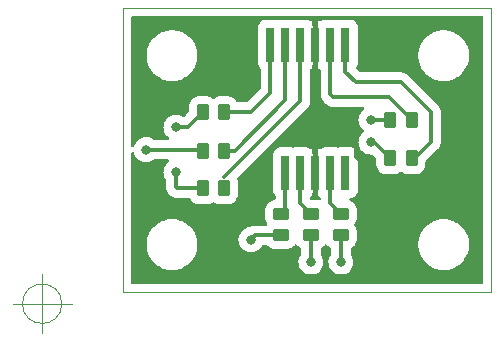
<source format=gbr>
%TF.GenerationSoftware,KiCad,Pcbnew,6.0.11-2627ca5db0~126~ubuntu20.04.1*%
%TF.CreationDate,2023-03-07T09:49:11+01:00*%
%TF.ProjectId,ecran,65637261-6e2e-46b6-9963-61645f706362,V1.0*%
%TF.SameCoordinates,Original*%
%TF.FileFunction,Copper,L1,Top*%
%TF.FilePolarity,Positive*%
%FSLAX46Y46*%
G04 Gerber Fmt 4.6, Leading zero omitted, Abs format (unit mm)*
G04 Created by KiCad (PCBNEW 6.0.11-2627ca5db0~126~ubuntu20.04.1) date 2023-03-07 09:49:11*
%MOMM*%
%LPD*%
G01*
G04 APERTURE LIST*
G04 Aperture macros list*
%AMRoundRect*
0 Rectangle with rounded corners*
0 $1 Rounding radius*
0 $2 $3 $4 $5 $6 $7 $8 $9 X,Y pos of 4 corners*
0 Add a 4 corners polygon primitive as box body*
4,1,4,$2,$3,$4,$5,$6,$7,$8,$9,$2,$3,0*
0 Add four circle primitives for the rounded corners*
1,1,$1+$1,$2,$3*
1,1,$1+$1,$4,$5*
1,1,$1+$1,$6,$7*
1,1,$1+$1,$8,$9*
0 Add four rect primitives between the rounded corners*
20,1,$1+$1,$2,$3,$4,$5,0*
20,1,$1+$1,$4,$5,$6,$7,0*
20,1,$1+$1,$6,$7,$8,$9,0*
20,1,$1+$1,$8,$9,$2,$3,0*%
G04 Aperture macros list end*
%TA.AperFunction,Profile*%
%ADD10C,0.100000*%
%TD*%
%TA.AperFunction,SMDPad,CuDef*%
%ADD11RoundRect,0.250000X0.450000X-0.262500X0.450000X0.262500X-0.450000X0.262500X-0.450000X-0.262500X0*%
%TD*%
%TA.AperFunction,SMDPad,CuDef*%
%ADD12RoundRect,0.250000X-0.262500X-0.450000X0.262500X-0.450000X0.262500X0.450000X-0.262500X0.450000X0*%
%TD*%
%TA.AperFunction,SMDPad,CuDef*%
%ADD13R,0.800000X3.000000*%
%TD*%
%TA.AperFunction,ViaPad*%
%ADD14C,0.800000*%
%TD*%
%TA.AperFunction,Conductor*%
%ADD15C,0.350000*%
%TD*%
G04 APERTURE END LIST*
D10*
X127000000Y-120000000D02*
X95885000Y-120000000D01*
X127000000Y-96000000D02*
X127000000Y-120000000D01*
X95885000Y-120000000D02*
X95885000Y-96000000D01*
X95885000Y-96000000D02*
X127000000Y-96000000D01*
X90666666Y-121000000D02*
G75*
G03*
X90666666Y-121000000I-1666666J0D01*
G01*
X86500000Y-121000000D02*
X91500000Y-121000000D01*
X89000000Y-118500000D02*
X89000000Y-123500000D01*
D11*
%TO.P,R5,1*%
%TO.N,Net-(R5-Pad1)*%
X111760000Y-115212500D03*
%TO.P,R5,2*%
%TO.N,Net-(DS1-Pad10)*%
X111760000Y-113387500D03*
%TD*%
%TO.P,R4,1*%
%TO.N,Net-(R4-Pad1)*%
X109220000Y-115212500D03*
%TO.P,R4,2*%
%TO.N,Net-(DS1-Pad11)*%
X109220000Y-113387500D03*
%TD*%
D12*
%TO.P,R7,1*%
%TO.N,Net-(R7-Pad1)*%
X118467500Y-108685000D03*
%TO.P,R7,2*%
%TO.N,Net-(DS1-Pad6)*%
X120292500Y-108685000D03*
%TD*%
%TO.P,R2,1*%
%TO.N,Net-(R2-Pad1)*%
X102592500Y-104775000D03*
%TO.P,R2,2*%
%TO.N,Net-(DS1-Pad1)*%
X104417500Y-104775000D03*
%TD*%
%TO.P,R8,1*%
%TO.N,Net-(R8-Pad1)*%
X118467500Y-105410000D03*
%TO.P,R8,2*%
%TO.N,Net-(DS1-Pad5)*%
X120292500Y-105410000D03*
%TD*%
D11*
%TO.P,R6,1*%
%TO.N,Net-(R6-Pad1)*%
X114300000Y-115212500D03*
%TO.P,R6,2*%
%TO.N,Net-(DS1-Pad8)*%
X114300000Y-113387500D03*
%TD*%
D12*
%TO.P,R3,1*%
%TO.N,Net-(R3-Pad1)*%
X102592500Y-111225000D03*
%TO.P,R3,2*%
%TO.N,Net-(DS1-Pad3)*%
X104417500Y-111225000D03*
%TD*%
D13*
%TO.P,DS1,1,G*%
%TO.N,Net-(DS1-Pad1)*%
X108325000Y-99100000D03*
%TO.P,DS1,2,DP1*%
%TO.N,Net-(DS1-Pad2)*%
X109595000Y-99100000D03*
%TO.P,DS1,3,F*%
%TO.N,Net-(DS1-Pad3)*%
X110865000Y-99100000D03*
%TO.P,DS1,4,AN*%
%TO.N,GND*%
X112135000Y-99100000D03*
%TO.P,DS1,5,A*%
%TO.N,Net-(DS1-Pad5)*%
X113405000Y-99100000D03*
%TO.P,DS1,6,B*%
%TO.N,Net-(DS1-Pad6)*%
X114675000Y-99100000D03*
%TO.P,DS1,7,DP2*%
%TO.N,unconnected-(DS1-Pad7)*%
X114675000Y-109900000D03*
%TO.P,DS1,8,C*%
%TO.N,Net-(DS1-Pad8)*%
X113405000Y-109900000D03*
%TO.P,DS1,9,AN*%
%TO.N,GND*%
X112135000Y-109900000D03*
%TO.P,DS1,10,D*%
%TO.N,Net-(DS1-Pad10)*%
X110865000Y-109900000D03*
%TO.P,DS1,11,E*%
%TO.N,Net-(DS1-Pad11)*%
X109595000Y-109900000D03*
%TD*%
D12*
%TO.P,R1,1*%
%TO.N,Net-(R1-Pad1)*%
X102592500Y-108050000D03*
%TO.P,R1,2*%
%TO.N,Net-(DS1-Pad2)*%
X104417500Y-108050000D03*
%TD*%
D14*
%TO.N,GND*%
X116840000Y-109855000D03*
%TO.N,Net-(R1-Pad1)*%
X97790000Y-107950000D03*
%TO.N,Net-(R2-Pad1)*%
X100330000Y-106045000D03*
%TO.N,Net-(R3-Pad1)*%
X100330000Y-109855000D03*
%TO.N,Net-(R4-Pad1)*%
X106680000Y-115570000D03*
%TO.N,Net-(R5-Pad1)*%
X111760000Y-117475000D03*
%TO.N,Net-(R6-Pad1)*%
X114300000Y-117475000D03*
%TO.N,Net-(R7-Pad1)*%
X116840000Y-107315000D03*
%TO.N,Net-(R8-Pad1)*%
X116840000Y-105410000D03*
%TD*%
D15*
%TO.N,Net-(DS1-Pad1)*%
X108325000Y-99100000D02*
X108325000Y-103130000D01*
X108325000Y-103130000D02*
X106680000Y-104775000D01*
X106680000Y-104775000D02*
X104417500Y-104775000D01*
%TO.N,Net-(DS1-Pad2)*%
X109595000Y-103765000D02*
X105310000Y-108050000D01*
X109595000Y-99100000D02*
X109595000Y-103765000D01*
X105310000Y-108050000D02*
X104417500Y-108050000D01*
%TO.N,GND*%
X115570000Y-108585000D02*
X115570000Y-107315000D01*
X112135000Y-99100000D02*
X112135000Y-107575000D01*
X115570000Y-107315000D02*
X112395000Y-107315000D01*
X112395000Y-107315000D02*
X112135000Y-107575000D01*
X112135000Y-107575000D02*
X112135000Y-109900000D01*
X116840000Y-109855000D02*
X115570000Y-108585000D01*
%TO.N,Net-(DS1-Pad3)*%
X110865000Y-103842500D02*
X104417500Y-110290000D01*
X110865000Y-99100000D02*
X110865000Y-103842500D01*
%TO.N,Net-(DS1-Pad5)*%
X118387500Y-103505000D02*
X113665000Y-103505000D01*
X113665000Y-103505000D02*
X113405000Y-103245000D01*
X113405000Y-103245000D02*
X113405000Y-99100000D01*
X120292500Y-105410000D02*
X118387500Y-103505000D01*
%TO.N,Net-(DS1-Pad6)*%
X121920000Y-104775000D02*
X119380000Y-102235000D01*
X120292500Y-108685000D02*
X120550000Y-108685000D01*
X115570000Y-102235000D02*
X114675000Y-101340000D01*
X114675000Y-101340000D02*
X114675000Y-99100000D01*
X119380000Y-102235000D02*
X115570000Y-102235000D01*
X121920000Y-107315000D02*
X121920000Y-104775000D01*
X120550000Y-108685000D02*
X121920000Y-107315000D01*
%TO.N,Net-(DS1-Pad8)*%
X113405000Y-112492500D02*
X114300000Y-113387500D01*
X113405000Y-109900000D02*
X113405000Y-112492500D01*
%TO.N,Net-(DS1-Pad10)*%
X110865000Y-112492500D02*
X111760000Y-113387500D01*
X110865000Y-109900000D02*
X110865000Y-112492500D01*
%TO.N,Net-(DS1-Pad11)*%
X109595000Y-113012500D02*
X109220000Y-113387500D01*
X109595000Y-109900000D02*
X109595000Y-113012500D01*
%TO.N,Net-(R1-Pad1)*%
X97790000Y-107950000D02*
X102492500Y-107950000D01*
X102492500Y-107950000D02*
X102592500Y-108050000D01*
%TO.N,Net-(R2-Pad1)*%
X100330000Y-106045000D02*
X101322500Y-106045000D01*
X101322500Y-106045000D02*
X102592500Y-104775000D01*
%TO.N,Net-(R3-Pad1)*%
X102592500Y-111225000D02*
X100430000Y-111225000D01*
X100330000Y-111125000D02*
X100330000Y-109855000D01*
X100430000Y-111225000D02*
X100330000Y-111125000D01*
%TO.N,Net-(R4-Pad1)*%
X107037500Y-115212500D02*
X106680000Y-115570000D01*
X109220000Y-115212500D02*
X107037500Y-115212500D01*
%TO.N,Net-(R5-Pad1)*%
X111760000Y-117475000D02*
X111760000Y-115212500D01*
%TO.N,Net-(R6-Pad1)*%
X114300000Y-117475000D02*
X114300000Y-115212500D01*
%TO.N,Net-(R7-Pad1)*%
X116840000Y-107315000D02*
X117097500Y-107315000D01*
X117097500Y-107315000D02*
X118467500Y-108685000D01*
%TO.N,Net-(R8-Pad1)*%
X116840000Y-105410000D02*
X118467500Y-105410000D01*
%TD*%
%TA.AperFunction,Conductor*%
%TO.N,GND*%
G36*
X126292539Y-96670185D02*
G01*
X126338294Y-96722989D01*
X126349500Y-96774500D01*
X126349500Y-119225500D01*
X126329815Y-119292539D01*
X126277011Y-119338294D01*
X126225500Y-119349500D01*
X96659500Y-119349500D01*
X96592461Y-119329815D01*
X96546706Y-119277011D01*
X96535500Y-119225500D01*
X96535500Y-116135347D01*
X97848728Y-116135347D01*
X97887001Y-116426055D01*
X97964373Y-116708880D01*
X97966029Y-116712763D01*
X97966031Y-116712768D01*
X97975097Y-116734023D01*
X98079413Y-116978588D01*
X98081582Y-116982213D01*
X98081583Y-116982214D01*
X98132562Y-117067393D01*
X98229992Y-117230187D01*
X98413324Y-117459023D01*
X98464850Y-117507919D01*
X98622952Y-117657953D01*
X98622957Y-117657957D01*
X98626017Y-117660861D01*
X98629443Y-117663323D01*
X98629448Y-117663327D01*
X98684451Y-117702850D01*
X98864134Y-117831965D01*
X98867870Y-117833943D01*
X99119544Y-117967198D01*
X99119547Y-117967200D01*
X99123269Y-117969170D01*
X99260949Y-118019554D01*
X99394673Y-118068490D01*
X99394677Y-118068491D01*
X99398628Y-118069937D01*
X99402742Y-118070834D01*
X99680994Y-118131503D01*
X99680998Y-118131504D01*
X99685114Y-118132401D01*
X99689318Y-118132732D01*
X99689319Y-118132732D01*
X99714668Y-118134727D01*
X99915080Y-118150500D01*
X100073710Y-118150500D01*
X100245208Y-118138809D01*
X100288329Y-118135869D01*
X100288330Y-118135869D01*
X100292538Y-118135582D01*
X100307899Y-118132401D01*
X100363364Y-118120915D01*
X100579663Y-118076121D01*
X100583631Y-118074716D01*
X100583634Y-118074715D01*
X100717863Y-118027182D01*
X100856062Y-117978243D01*
X101116620Y-117843759D01*
X101300380Y-117714611D01*
X101353059Y-117677588D01*
X101353063Y-117677585D01*
X101356516Y-117675158D01*
X101369248Y-117663327D01*
X101568217Y-117478433D01*
X101568223Y-117478427D01*
X101571310Y-117475558D01*
X101706708Y-117310133D01*
X101754350Y-117251927D01*
X101754351Y-117251926D01*
X101757028Y-117248655D01*
X101910234Y-116998646D01*
X101920745Y-116974703D01*
X101999713Y-116794807D01*
X102028092Y-116730158D01*
X102083874Y-116534336D01*
X102107264Y-116452225D01*
X102107265Y-116452222D01*
X102108422Y-116448159D01*
X102149736Y-116157867D01*
X102150780Y-115958586D01*
X102151250Y-115868874D01*
X102151250Y-115868872D01*
X102151272Y-115864653D01*
X102112999Y-115573945D01*
X102107888Y-115555262D01*
X105624520Y-115555262D01*
X105641759Y-115760553D01*
X105698544Y-115958586D01*
X105701316Y-115963981D01*
X105701317Y-115963982D01*
X105739357Y-116038000D01*
X105792712Y-116141818D01*
X105796480Y-116146572D01*
X105913590Y-116294328D01*
X105920677Y-116303270D01*
X105925296Y-116307201D01*
X106072950Y-116432865D01*
X106072955Y-116432869D01*
X106077564Y-116436791D01*
X106257398Y-116537297D01*
X106453329Y-116600959D01*
X106459347Y-116601677D01*
X106459349Y-116601677D01*
X106601410Y-116618616D01*
X106657894Y-116625351D01*
X106663938Y-116624886D01*
X106663939Y-116624886D01*
X106725266Y-116620167D01*
X106863300Y-116609546D01*
X106948596Y-116585731D01*
X107055885Y-116555776D01*
X107055889Y-116555774D01*
X107061725Y-116554145D01*
X107245610Y-116461258D01*
X107407951Y-116334424D01*
X107411907Y-116329840D01*
X107411911Y-116329837D01*
X107538602Y-116183062D01*
X107542564Y-116178472D01*
X107545561Y-116173197D01*
X107586716Y-116100751D01*
X107636945Y-116052184D01*
X107694533Y-116038000D01*
X108008036Y-116038000D01*
X108075075Y-116057685D01*
X108104401Y-116083963D01*
X108129743Y-116115257D01*
X108276851Y-116234383D01*
X108282640Y-116237332D01*
X108282642Y-116237334D01*
X108402717Y-116298515D01*
X108445512Y-116320320D01*
X108498150Y-116334424D01*
X108622863Y-116367841D01*
X108622869Y-116367842D01*
X108628355Y-116369312D01*
X108706979Y-116375500D01*
X108709424Y-116375500D01*
X109222424Y-116375499D01*
X109733020Y-116375499D01*
X109760384Y-116373346D01*
X109805980Y-116369758D01*
X109805982Y-116369758D01*
X109811645Y-116369312D01*
X109994488Y-116320320D01*
X110037283Y-116298515D01*
X110157358Y-116237334D01*
X110157360Y-116237332D01*
X110163149Y-116234383D01*
X110310257Y-116115257D01*
X110393634Y-116012295D01*
X110451121Y-115972584D01*
X110520952Y-115970256D01*
X110580956Y-116006051D01*
X110586363Y-116012292D01*
X110669743Y-116115257D01*
X110816851Y-116234383D01*
X110822640Y-116237332D01*
X110822642Y-116237334D01*
X110866795Y-116259831D01*
X110917591Y-116307806D01*
X110934500Y-116370316D01*
X110934500Y-116779302D01*
X110914815Y-116846341D01*
X110905490Y-116859007D01*
X110889024Y-116878630D01*
X110789776Y-117059162D01*
X110787942Y-117064944D01*
X110787941Y-117064946D01*
X110729317Y-117249753D01*
X110727484Y-117255532D01*
X110704520Y-117460262D01*
X110721759Y-117665553D01*
X110778544Y-117863586D01*
X110872712Y-118046818D01*
X110876480Y-118051572D01*
X110905402Y-118088062D01*
X111000677Y-118208270D01*
X111005296Y-118212201D01*
X111152950Y-118337865D01*
X111152955Y-118337869D01*
X111157564Y-118341791D01*
X111337398Y-118442297D01*
X111533329Y-118505959D01*
X111539347Y-118506677D01*
X111539349Y-118506677D01*
X111681410Y-118523616D01*
X111737894Y-118530351D01*
X111743938Y-118529886D01*
X111743939Y-118529886D01*
X111805266Y-118525167D01*
X111943300Y-118514546D01*
X112028596Y-118490731D01*
X112135885Y-118460776D01*
X112135889Y-118460774D01*
X112141725Y-118459145D01*
X112325610Y-118366258D01*
X112487951Y-118239424D01*
X112491907Y-118234840D01*
X112491911Y-118234837D01*
X112618602Y-118088062D01*
X112622564Y-118083472D01*
X112629744Y-118070834D01*
X112721327Y-117909618D01*
X112724323Y-117904344D01*
X112789351Y-117708863D01*
X112794823Y-117665553D01*
X112814736Y-117507919D01*
X112814736Y-117507915D01*
X112815171Y-117504474D01*
X112815583Y-117475000D01*
X112814138Y-117460262D01*
X112796072Y-117276006D01*
X112796072Y-117276004D01*
X112795480Y-117269970D01*
X112735935Y-117072749D01*
X112683804Y-116974703D01*
X112642067Y-116896206D01*
X112642064Y-116896201D01*
X112639218Y-116890849D01*
X112613405Y-116859199D01*
X112586290Y-116794807D01*
X112585500Y-116780830D01*
X112585500Y-116370316D01*
X112605185Y-116303277D01*
X112653205Y-116259831D01*
X112697358Y-116237334D01*
X112697360Y-116237332D01*
X112703149Y-116234383D01*
X112850257Y-116115257D01*
X112933634Y-116012295D01*
X112991121Y-115972584D01*
X113060952Y-115970256D01*
X113120956Y-116006051D01*
X113126363Y-116012292D01*
X113209743Y-116115257D01*
X113356851Y-116234383D01*
X113362640Y-116237332D01*
X113362642Y-116237334D01*
X113406795Y-116259831D01*
X113457591Y-116307806D01*
X113474500Y-116370316D01*
X113474500Y-116779302D01*
X113454815Y-116846341D01*
X113445490Y-116859007D01*
X113429024Y-116878630D01*
X113329776Y-117059162D01*
X113327942Y-117064944D01*
X113327941Y-117064946D01*
X113269317Y-117249753D01*
X113267484Y-117255532D01*
X113244520Y-117460262D01*
X113261759Y-117665553D01*
X113318544Y-117863586D01*
X113412712Y-118046818D01*
X113416480Y-118051572D01*
X113445402Y-118088062D01*
X113540677Y-118208270D01*
X113545296Y-118212201D01*
X113692950Y-118337865D01*
X113692955Y-118337869D01*
X113697564Y-118341791D01*
X113877398Y-118442297D01*
X114073329Y-118505959D01*
X114079347Y-118506677D01*
X114079349Y-118506677D01*
X114221410Y-118523616D01*
X114277894Y-118530351D01*
X114283938Y-118529886D01*
X114283939Y-118529886D01*
X114345266Y-118525167D01*
X114483300Y-118514546D01*
X114568596Y-118490731D01*
X114675885Y-118460776D01*
X114675889Y-118460774D01*
X114681725Y-118459145D01*
X114865610Y-118366258D01*
X115027951Y-118239424D01*
X115031907Y-118234840D01*
X115031911Y-118234837D01*
X115158602Y-118088062D01*
X115162564Y-118083472D01*
X115169744Y-118070834D01*
X115261327Y-117909618D01*
X115264323Y-117904344D01*
X115329351Y-117708863D01*
X115334823Y-117665553D01*
X115354736Y-117507919D01*
X115354736Y-117507915D01*
X115355171Y-117504474D01*
X115355583Y-117475000D01*
X115354138Y-117460262D01*
X115336072Y-117276006D01*
X115336072Y-117276004D01*
X115335480Y-117269970D01*
X115275935Y-117072749D01*
X115223804Y-116974703D01*
X115182067Y-116896206D01*
X115182064Y-116896201D01*
X115179218Y-116890849D01*
X115153405Y-116859199D01*
X115126290Y-116794807D01*
X115125500Y-116780830D01*
X115125500Y-116370316D01*
X115145185Y-116303277D01*
X115193205Y-116259831D01*
X115237358Y-116237334D01*
X115237360Y-116237332D01*
X115243149Y-116234383D01*
X115365448Y-116135347D01*
X120848728Y-116135347D01*
X120887001Y-116426055D01*
X120964373Y-116708880D01*
X120966029Y-116712763D01*
X120966031Y-116712768D01*
X120975097Y-116734023D01*
X121079413Y-116978588D01*
X121081582Y-116982213D01*
X121081583Y-116982214D01*
X121132562Y-117067393D01*
X121229992Y-117230187D01*
X121413324Y-117459023D01*
X121464850Y-117507919D01*
X121622952Y-117657953D01*
X121622957Y-117657957D01*
X121626017Y-117660861D01*
X121629443Y-117663323D01*
X121629448Y-117663327D01*
X121684451Y-117702850D01*
X121864134Y-117831965D01*
X121867870Y-117833943D01*
X122119544Y-117967198D01*
X122119547Y-117967200D01*
X122123269Y-117969170D01*
X122260949Y-118019554D01*
X122394673Y-118068490D01*
X122394677Y-118068491D01*
X122398628Y-118069937D01*
X122402742Y-118070834D01*
X122680994Y-118131503D01*
X122680998Y-118131504D01*
X122685114Y-118132401D01*
X122689318Y-118132732D01*
X122689319Y-118132732D01*
X122714668Y-118134727D01*
X122915080Y-118150500D01*
X123073710Y-118150500D01*
X123245208Y-118138809D01*
X123288329Y-118135869D01*
X123288330Y-118135869D01*
X123292538Y-118135582D01*
X123307899Y-118132401D01*
X123363364Y-118120915D01*
X123579663Y-118076121D01*
X123583631Y-118074716D01*
X123583634Y-118074715D01*
X123717863Y-118027182D01*
X123856062Y-117978243D01*
X124116620Y-117843759D01*
X124300380Y-117714611D01*
X124353059Y-117677588D01*
X124353063Y-117677585D01*
X124356516Y-117675158D01*
X124369248Y-117663327D01*
X124568217Y-117478433D01*
X124568223Y-117478427D01*
X124571310Y-117475558D01*
X124706708Y-117310133D01*
X124754350Y-117251927D01*
X124754351Y-117251926D01*
X124757028Y-117248655D01*
X124910234Y-116998646D01*
X124920745Y-116974703D01*
X124999713Y-116794807D01*
X125028092Y-116730158D01*
X125083874Y-116534336D01*
X125107264Y-116452225D01*
X125107265Y-116452222D01*
X125108422Y-116448159D01*
X125149736Y-116157867D01*
X125150780Y-115958586D01*
X125151250Y-115868874D01*
X125151250Y-115868872D01*
X125151272Y-115864653D01*
X125112999Y-115573945D01*
X125035627Y-115291120D01*
X125028283Y-115273901D01*
X124922244Y-115025297D01*
X124920587Y-115021412D01*
X124908583Y-115001354D01*
X124772175Y-114773433D01*
X124772172Y-114773428D01*
X124770008Y-114769813D01*
X124586676Y-114540977D01*
X124442777Y-114404422D01*
X124377048Y-114342047D01*
X124377043Y-114342043D01*
X124373983Y-114339139D01*
X124370557Y-114336677D01*
X124370552Y-114336673D01*
X124159425Y-114184964D01*
X124135866Y-114168035D01*
X124061811Y-114128825D01*
X123880456Y-114032802D01*
X123880453Y-114032800D01*
X123876731Y-114030830D01*
X123705633Y-113968217D01*
X123605327Y-113931510D01*
X123605323Y-113931509D01*
X123601372Y-113930063D01*
X123569093Y-113923025D01*
X123319006Y-113868497D01*
X123319002Y-113868496D01*
X123314886Y-113867599D01*
X123310682Y-113867268D01*
X123310681Y-113867268D01*
X123274468Y-113864418D01*
X123084920Y-113849500D01*
X122926290Y-113849500D01*
X122754792Y-113861191D01*
X122711671Y-113864131D01*
X122711670Y-113864131D01*
X122707462Y-113864418D01*
X122703334Y-113865273D01*
X122703333Y-113865273D01*
X122687765Y-113868497D01*
X122420337Y-113923879D01*
X122416369Y-113925284D01*
X122416366Y-113925285D01*
X122295130Y-113968217D01*
X122143938Y-114021757D01*
X121883380Y-114156241D01*
X121879929Y-114158666D01*
X121879928Y-114158667D01*
X121646941Y-114322412D01*
X121646937Y-114322415D01*
X121643484Y-114324842D01*
X121640391Y-114327716D01*
X121640390Y-114327717D01*
X121431783Y-114521567D01*
X121431777Y-114521573D01*
X121428690Y-114524442D01*
X121242972Y-114751345D01*
X121089766Y-115001354D01*
X121088071Y-115005214D01*
X121088069Y-115005219D01*
X121030837Y-115135598D01*
X120971908Y-115269842D01*
X120891578Y-115551841D01*
X120850264Y-115842133D01*
X120848728Y-116135347D01*
X115365448Y-116135347D01*
X115390257Y-116115257D01*
X115473634Y-116012295D01*
X115505292Y-115973201D01*
X115509383Y-115968149D01*
X115595320Y-115799488D01*
X115612594Y-115735020D01*
X115642841Y-115622137D01*
X115642842Y-115622131D01*
X115644312Y-115616645D01*
X115650500Y-115538021D01*
X115650499Y-114886980D01*
X115644312Y-114808355D01*
X115595320Y-114625512D01*
X115553925Y-114544270D01*
X115512334Y-114462642D01*
X115512332Y-114462640D01*
X115509383Y-114456851D01*
X115457601Y-114392906D01*
X115445560Y-114378036D01*
X115418668Y-114313548D01*
X115430910Y-114244759D01*
X115445560Y-114221964D01*
X115505292Y-114148201D01*
X115509383Y-114143149D01*
X115566613Y-114030830D01*
X115592373Y-113980272D01*
X115592373Y-113980271D01*
X115595320Y-113974488D01*
X115623720Y-113868497D01*
X115642841Y-113797137D01*
X115642842Y-113797131D01*
X115644312Y-113791645D01*
X115650500Y-113713021D01*
X115650499Y-113061980D01*
X115644312Y-112983355D01*
X115595320Y-112800512D01*
X115509383Y-112631851D01*
X115390257Y-112484743D01*
X115243149Y-112365617D01*
X115237360Y-112362668D01*
X115237358Y-112362666D01*
X115120698Y-112303225D01*
X115084864Y-112284967D01*
X115034068Y-112236993D01*
X115017273Y-112169172D01*
X115039810Y-112103037D01*
X115094525Y-112059585D01*
X115136291Y-112050578D01*
X115138274Y-112050500D01*
X115140694Y-112050500D01*
X115177569Y-112047598D01*
X115316608Y-112007203D01*
X115327905Y-112003921D01*
X115335398Y-112001744D01*
X115349817Y-111993217D01*
X115443004Y-111938106D01*
X115476865Y-111918081D01*
X115593081Y-111801865D01*
X115676744Y-111660398D01*
X115722598Y-111502569D01*
X115725500Y-111465694D01*
X115725500Y-108334306D01*
X115722598Y-108297431D01*
X115676744Y-108139602D01*
X115593081Y-107998135D01*
X115476865Y-107881919D01*
X115335398Y-107798256D01*
X115177569Y-107752402D01*
X115140694Y-107749500D01*
X114209306Y-107749500D01*
X114172431Y-107752402D01*
X114109587Y-107770660D01*
X114074595Y-107780826D01*
X114005405Y-107780826D01*
X113970413Y-107770660D01*
X113907569Y-107752402D01*
X113870694Y-107749500D01*
X112939306Y-107749500D01*
X112902431Y-107752402D01*
X112744602Y-107798256D01*
X112737888Y-107802226D01*
X112737887Y-107802227D01*
X112615288Y-107874732D01*
X112552167Y-107892000D01*
X112406830Y-107892000D01*
X112391831Y-107896404D01*
X112390644Y-107897774D01*
X112389000Y-107905332D01*
X112389000Y-108171024D01*
X112384076Y-108205619D01*
X112357402Y-108297431D01*
X112354500Y-108334306D01*
X112354500Y-111465694D01*
X112357402Y-111502569D01*
X112359171Y-111508657D01*
X112384076Y-111594381D01*
X112389000Y-111628976D01*
X112389000Y-111890169D01*
X112393404Y-111905168D01*
X112394774Y-111906355D01*
X112402332Y-111907999D01*
X112455500Y-111907999D01*
X112522539Y-111927684D01*
X112568294Y-111980488D01*
X112579500Y-112031999D01*
X112579500Y-112130141D01*
X112559815Y-112197180D01*
X112507011Y-112242935D01*
X112437853Y-112252879D01*
X112423407Y-112249916D01*
X112395528Y-112242446D01*
X112351645Y-112230688D01*
X112273021Y-112224500D01*
X111815797Y-112224500D01*
X111748758Y-112204815D01*
X111728150Y-112188215D01*
X111726853Y-112186919D01*
X111693344Y-112125609D01*
X111690500Y-112099204D01*
X111690500Y-112032000D01*
X111710185Y-111964961D01*
X111762989Y-111919206D01*
X111814500Y-111908000D01*
X111863170Y-111908000D01*
X111878169Y-111903596D01*
X111879356Y-111902226D01*
X111881000Y-111894668D01*
X111881000Y-111628976D01*
X111885924Y-111594381D01*
X111910829Y-111508657D01*
X111912598Y-111502569D01*
X111915500Y-111465694D01*
X111915500Y-108334306D01*
X111912598Y-108297431D01*
X111885924Y-108205619D01*
X111881000Y-108171024D01*
X111881000Y-107909831D01*
X111876596Y-107894832D01*
X111875226Y-107893645D01*
X111867668Y-107892001D01*
X111717835Y-107892001D01*
X111654714Y-107874733D01*
X111532113Y-107802227D01*
X111532112Y-107802226D01*
X111525398Y-107798256D01*
X111367569Y-107752402D01*
X111330694Y-107749500D01*
X110399306Y-107749500D01*
X110362431Y-107752402D01*
X110299587Y-107770660D01*
X110264595Y-107780826D01*
X110195405Y-107780826D01*
X110160413Y-107770660D01*
X110097569Y-107752402D01*
X110060694Y-107749500D01*
X109129306Y-107749500D01*
X109092431Y-107752402D01*
X108934602Y-107798256D01*
X108793135Y-107881919D01*
X108676919Y-107998135D01*
X108593256Y-108139602D01*
X108547402Y-108297431D01*
X108544500Y-108334306D01*
X108544500Y-111465694D01*
X108547402Y-111502569D01*
X108593256Y-111660398D01*
X108676919Y-111801865D01*
X108733181Y-111858127D01*
X108766666Y-111919450D01*
X108769500Y-111945808D01*
X108769500Y-112104955D01*
X108749815Y-112171994D01*
X108697011Y-112217749D01*
X108655230Y-112228573D01*
X108634019Y-112230242D01*
X108634016Y-112230243D01*
X108628355Y-112230688D01*
X108445512Y-112279680D01*
X108439729Y-112282627D01*
X108439728Y-112282627D01*
X108282642Y-112362666D01*
X108282640Y-112362668D01*
X108276851Y-112365617D01*
X108129743Y-112484743D01*
X108010617Y-112631851D01*
X107924680Y-112800512D01*
X107923000Y-112806783D01*
X107877159Y-112977863D01*
X107877158Y-112977869D01*
X107875688Y-112983355D01*
X107869500Y-113061979D01*
X107869501Y-113713020D01*
X107875688Y-113791645D01*
X107924680Y-113974488D01*
X107927627Y-113980271D01*
X107927627Y-113980272D01*
X107953388Y-114030830D01*
X108010617Y-114143149D01*
X108014708Y-114148201D01*
X108044478Y-114184964D01*
X108071370Y-114249452D01*
X108059128Y-114318241D01*
X108011639Y-114369491D01*
X107948112Y-114387000D01*
X107077424Y-114387000D01*
X107067048Y-114386565D01*
X107060330Y-114386001D01*
X107017212Y-114382380D01*
X106939794Y-114392710D01*
X106936841Y-114393067D01*
X106906658Y-114396346D01*
X106865861Y-114400778D01*
X106865858Y-114400779D01*
X106859191Y-114401503D01*
X106852831Y-114403643D01*
X106850153Y-114404232D01*
X106849667Y-114404318D01*
X106849220Y-114404422D01*
X106848735Y-114404563D01*
X106846085Y-114405214D01*
X106839429Y-114406102D01*
X106833125Y-114408397D01*
X106833123Y-114408397D01*
X106803932Y-114419022D01*
X106766019Y-114432821D01*
X106763274Y-114433783D01*
X106689200Y-114458711D01*
X106683445Y-114462169D01*
X106680962Y-114463316D01*
X106680493Y-114463509D01*
X106680103Y-114463695D01*
X106679653Y-114463941D01*
X106677197Y-114465149D01*
X106670888Y-114467446D01*
X106665219Y-114471043D01*
X106665214Y-114471046D01*
X106607003Y-114507987D01*
X106551801Y-114526780D01*
X106531205Y-114528654D01*
X106482203Y-114533114D01*
X106476390Y-114534825D01*
X106476389Y-114534825D01*
X106444298Y-114544270D01*
X106284572Y-114591280D01*
X106200819Y-114635065D01*
X106107374Y-114683917D01*
X106107370Y-114683920D01*
X106102002Y-114686726D01*
X105941447Y-114815815D01*
X105809024Y-114973630D01*
X105709776Y-115154162D01*
X105707942Y-115159944D01*
X105707941Y-115159946D01*
X105665036Y-115295200D01*
X105647484Y-115350532D01*
X105646808Y-115356560D01*
X105625360Y-115547775D01*
X105624520Y-115555262D01*
X102107888Y-115555262D01*
X102035627Y-115291120D01*
X102028283Y-115273901D01*
X101922244Y-115025297D01*
X101920587Y-115021412D01*
X101908583Y-115001354D01*
X101772175Y-114773433D01*
X101772172Y-114773428D01*
X101770008Y-114769813D01*
X101586676Y-114540977D01*
X101442777Y-114404422D01*
X101377048Y-114342047D01*
X101377043Y-114342043D01*
X101373983Y-114339139D01*
X101370557Y-114336677D01*
X101370552Y-114336673D01*
X101159425Y-114184964D01*
X101135866Y-114168035D01*
X101061811Y-114128825D01*
X100880456Y-114032802D01*
X100880453Y-114032800D01*
X100876731Y-114030830D01*
X100705633Y-113968217D01*
X100605327Y-113931510D01*
X100605323Y-113931509D01*
X100601372Y-113930063D01*
X100569093Y-113923025D01*
X100319006Y-113868497D01*
X100319002Y-113868496D01*
X100314886Y-113867599D01*
X100310682Y-113867268D01*
X100310681Y-113867268D01*
X100274468Y-113864418D01*
X100084920Y-113849500D01*
X99926290Y-113849500D01*
X99754792Y-113861191D01*
X99711671Y-113864131D01*
X99711670Y-113864131D01*
X99707462Y-113864418D01*
X99703334Y-113865273D01*
X99703333Y-113865273D01*
X99687765Y-113868497D01*
X99420337Y-113923879D01*
X99416369Y-113925284D01*
X99416366Y-113925285D01*
X99295130Y-113968217D01*
X99143938Y-114021757D01*
X98883380Y-114156241D01*
X98879929Y-114158666D01*
X98879928Y-114158667D01*
X98646941Y-114322412D01*
X98646937Y-114322415D01*
X98643484Y-114324842D01*
X98640391Y-114327716D01*
X98640390Y-114327717D01*
X98431783Y-114521567D01*
X98431777Y-114521573D01*
X98428690Y-114524442D01*
X98242972Y-114751345D01*
X98089766Y-115001354D01*
X98088071Y-115005214D01*
X98088069Y-115005219D01*
X98030837Y-115135598D01*
X97971908Y-115269842D01*
X97891578Y-115551841D01*
X97850264Y-115842133D01*
X97848728Y-116135347D01*
X96535500Y-116135347D01*
X96535500Y-108268673D01*
X96555185Y-108201634D01*
X96607989Y-108155879D01*
X96677147Y-108145935D01*
X96740703Y-108174960D01*
X96778696Y-108234494D01*
X96808544Y-108338586D01*
X96902712Y-108521818D01*
X97030677Y-108683270D01*
X97035296Y-108687201D01*
X97182950Y-108812865D01*
X97182955Y-108812869D01*
X97187564Y-108816791D01*
X97367398Y-108917297D01*
X97563329Y-108980959D01*
X97569347Y-108981677D01*
X97569349Y-108981677D01*
X97707930Y-108998201D01*
X97767894Y-109005351D01*
X97773938Y-109004886D01*
X97773939Y-109004886D01*
X97835266Y-109000167D01*
X97973300Y-108989546D01*
X98058596Y-108965731D01*
X98165885Y-108935776D01*
X98165889Y-108935774D01*
X98171725Y-108934145D01*
X98355610Y-108841258D01*
X98360385Y-108837528D01*
X98360392Y-108837523D01*
X98406132Y-108801787D01*
X98471079Y-108776025D01*
X98482474Y-108775500D01*
X99643940Y-108775500D01*
X99710979Y-108795185D01*
X99756734Y-108847989D01*
X99766678Y-108917147D01*
X99737653Y-108980703D01*
X99721639Y-108996138D01*
X99596173Y-109097015D01*
X99591447Y-109100815D01*
X99459024Y-109258630D01*
X99359776Y-109439162D01*
X99357942Y-109444944D01*
X99357941Y-109444946D01*
X99353624Y-109458555D01*
X99297484Y-109635532D01*
X99290731Y-109695738D01*
X99278625Y-109803668D01*
X99274520Y-109840262D01*
X99291759Y-110045553D01*
X99348544Y-110243586D01*
X99442712Y-110426818D01*
X99446480Y-110431572D01*
X99477678Y-110470934D01*
X99503893Y-110535699D01*
X99504500Y-110547956D01*
X99504500Y-111085073D01*
X99504065Y-111095449D01*
X99499880Y-111145288D01*
X99500768Y-111151943D01*
X99510208Y-111222692D01*
X99510569Y-111225677D01*
X99519003Y-111303309D01*
X99521142Y-111309665D01*
X99521729Y-111312333D01*
X99521815Y-111312819D01*
X99521922Y-111313280D01*
X99522063Y-111313765D01*
X99522712Y-111316410D01*
X99523601Y-111323071D01*
X99550321Y-111396481D01*
X99551302Y-111399282D01*
X99574068Y-111466934D01*
X99574070Y-111466939D01*
X99576211Y-111473300D01*
X99579671Y-111479059D01*
X99580814Y-111481532D01*
X99581008Y-111482004D01*
X99581199Y-111482403D01*
X99581441Y-111482847D01*
X99582649Y-111485303D01*
X99584946Y-111491612D01*
X99588543Y-111497280D01*
X99588544Y-111497282D01*
X99626762Y-111557504D01*
X99628343Y-111560064D01*
X99668587Y-111627040D01*
X99673200Y-111631918D01*
X99674855Y-111634099D01*
X99675443Y-111634945D01*
X99678328Y-111638759D01*
X99681051Y-111643050D01*
X99684716Y-111647150D01*
X99736625Y-111699059D01*
X99739039Y-111701541D01*
X99771225Y-111735576D01*
X99791822Y-111757357D01*
X99797375Y-111761131D01*
X99802472Y-111765469D01*
X99809776Y-111772210D01*
X99818050Y-111780483D01*
X99825079Y-111788126D01*
X99857362Y-111826329D01*
X99862696Y-111830407D01*
X99919393Y-111873755D01*
X99921778Y-111875625D01*
X99975982Y-111919206D01*
X99982622Y-111924545D01*
X99988628Y-111927527D01*
X99990938Y-111929004D01*
X99991352Y-111929293D01*
X99991720Y-111929523D01*
X99992164Y-111929767D01*
X99994515Y-111931191D01*
X99999847Y-111935267D01*
X100005934Y-111938105D01*
X100005935Y-111938106D01*
X100070647Y-111968282D01*
X100073340Y-111969578D01*
X100143276Y-112004294D01*
X100149798Y-112005920D01*
X100152347Y-112006858D01*
X100152836Y-112007062D01*
X100153236Y-112007203D01*
X100153720Y-112007346D01*
X100156317Y-112008230D01*
X100162401Y-112011067D01*
X100168952Y-112012531D01*
X100168954Y-112012532D01*
X100199388Y-112019335D01*
X100238625Y-112028105D01*
X100241553Y-112028798D01*
X100310788Y-112046061D01*
X100310798Y-112046062D01*
X100317306Y-112047685D01*
X100324009Y-112047873D01*
X100326735Y-112048246D01*
X100327759Y-112048430D01*
X100332486Y-112049086D01*
X100337440Y-112050193D01*
X100342931Y-112050500D01*
X100416340Y-112050500D01*
X100419803Y-112050548D01*
X100496594Y-112052693D01*
X100503193Y-112051434D01*
X100509847Y-112050899D01*
X100519792Y-112050500D01*
X101434684Y-112050500D01*
X101501723Y-112070185D01*
X101545169Y-112118205D01*
X101561659Y-112150567D01*
X101570617Y-112168149D01*
X101574708Y-112173201D01*
X101620899Y-112230242D01*
X101689743Y-112315257D01*
X101836851Y-112434383D01*
X101842640Y-112437332D01*
X101842642Y-112437334D01*
X101927667Y-112480656D01*
X102005512Y-112520320D01*
X102069980Y-112537594D01*
X102182863Y-112567841D01*
X102182869Y-112567842D01*
X102188355Y-112569312D01*
X102266979Y-112575500D01*
X102269424Y-112575500D01*
X102594038Y-112575499D01*
X102918020Y-112575499D01*
X102945384Y-112573346D01*
X102990980Y-112569758D01*
X102990982Y-112569758D01*
X102996645Y-112569312D01*
X103179488Y-112520320D01*
X103257333Y-112480656D01*
X103342358Y-112437334D01*
X103342360Y-112437332D01*
X103348149Y-112434383D01*
X103426963Y-112370560D01*
X103491452Y-112343668D01*
X103560241Y-112355910D01*
X103583036Y-112370560D01*
X103661851Y-112434383D01*
X103667640Y-112437332D01*
X103667642Y-112437334D01*
X103752667Y-112480656D01*
X103830512Y-112520320D01*
X103894980Y-112537594D01*
X104007863Y-112567841D01*
X104007869Y-112567842D01*
X104013355Y-112569312D01*
X104091979Y-112575500D01*
X104094424Y-112575500D01*
X104419038Y-112575499D01*
X104743020Y-112575499D01*
X104770384Y-112573346D01*
X104815980Y-112569758D01*
X104815982Y-112569758D01*
X104821645Y-112569312D01*
X105004488Y-112520320D01*
X105082333Y-112480656D01*
X105167358Y-112437334D01*
X105167360Y-112437332D01*
X105173149Y-112434383D01*
X105320257Y-112315257D01*
X105389101Y-112230242D01*
X105435292Y-112173201D01*
X105439383Y-112168149D01*
X105448342Y-112150567D01*
X105522373Y-112005272D01*
X105522373Y-112005271D01*
X105525320Y-111999488D01*
X105547133Y-111918081D01*
X105572841Y-111822137D01*
X105572842Y-111822131D01*
X105574312Y-111816645D01*
X105580500Y-111738021D01*
X105580499Y-110711980D01*
X105574312Y-110633355D01*
X105525320Y-110450512D01*
X105525434Y-110450482D01*
X105520019Y-110383656D01*
X105553748Y-110321186D01*
X111420476Y-104454457D01*
X111428120Y-104447427D01*
X111466329Y-104415138D01*
X111513755Y-104353107D01*
X111515625Y-104350722D01*
X111560341Y-104295107D01*
X111560342Y-104295106D01*
X111564545Y-104289878D01*
X111567527Y-104283872D01*
X111569004Y-104281562D01*
X111569293Y-104281148D01*
X111569523Y-104280780D01*
X111569767Y-104280336D01*
X111571191Y-104277984D01*
X111575267Y-104272653D01*
X111608269Y-104201881D01*
X111609579Y-104199159D01*
X111641309Y-104135239D01*
X111644295Y-104129224D01*
X111645921Y-104122703D01*
X111646860Y-104120150D01*
X111647057Y-104119677D01*
X111647208Y-104119251D01*
X111647351Y-104118765D01*
X111648231Y-104116181D01*
X111651067Y-104110099D01*
X111652530Y-104103554D01*
X111652532Y-104103548D01*
X111668091Y-104033936D01*
X111668789Y-104030985D01*
X111686062Y-103961708D01*
X111686062Y-103961707D01*
X111687686Y-103955194D01*
X111687873Y-103948489D01*
X111688249Y-103945749D01*
X111688421Y-103944791D01*
X111689081Y-103940035D01*
X111690193Y-103935060D01*
X111690500Y-103929569D01*
X111690500Y-103856174D01*
X111690548Y-103852712D01*
X111690969Y-103837642D01*
X111692693Y-103775905D01*
X111691434Y-103769306D01*
X111690899Y-103762652D01*
X111690500Y-103752707D01*
X111690500Y-101232000D01*
X111710185Y-101164961D01*
X111762989Y-101119206D01*
X111814500Y-101108000D01*
X111863170Y-101108000D01*
X111878169Y-101103596D01*
X111879356Y-101102226D01*
X111881000Y-101094668D01*
X111881000Y-100828976D01*
X111885924Y-100794381D01*
X111903460Y-100734023D01*
X111912598Y-100702569D01*
X111915500Y-100665694D01*
X112354500Y-100665694D01*
X112357402Y-100702569D01*
X112366540Y-100734023D01*
X112384076Y-100794381D01*
X112389000Y-100828976D01*
X112389000Y-101090169D01*
X112393404Y-101105168D01*
X112394774Y-101106355D01*
X112402332Y-101107999D01*
X112455500Y-101107999D01*
X112522539Y-101127684D01*
X112568294Y-101180488D01*
X112579500Y-101231999D01*
X112579500Y-103205073D01*
X112579065Y-103215449D01*
X112574880Y-103265288D01*
X112575768Y-103271943D01*
X112585208Y-103342692D01*
X112585569Y-103345677D01*
X112594003Y-103423309D01*
X112596142Y-103429665D01*
X112596729Y-103432333D01*
X112596815Y-103432819D01*
X112596922Y-103433280D01*
X112597063Y-103433765D01*
X112597712Y-103436410D01*
X112598601Y-103443071D01*
X112625321Y-103516481D01*
X112626302Y-103519282D01*
X112649068Y-103586934D01*
X112649070Y-103586939D01*
X112651211Y-103593300D01*
X112654671Y-103599059D01*
X112655814Y-103601532D01*
X112656008Y-103602004D01*
X112656199Y-103602403D01*
X112656441Y-103602847D01*
X112657649Y-103605303D01*
X112659946Y-103611612D01*
X112663543Y-103617280D01*
X112663544Y-103617282D01*
X112701762Y-103677504D01*
X112703343Y-103680064D01*
X112743587Y-103747040D01*
X112748200Y-103751918D01*
X112749855Y-103754099D01*
X112750443Y-103754945D01*
X112753328Y-103758759D01*
X112756051Y-103763050D01*
X112759716Y-103767150D01*
X112811627Y-103819061D01*
X112814041Y-103821543D01*
X112866822Y-103877357D01*
X112872376Y-103881131D01*
X112877456Y-103885455D01*
X112884759Y-103892193D01*
X113053055Y-104060488D01*
X113060073Y-104068120D01*
X113092362Y-104106329D01*
X113109371Y-104119333D01*
X113154393Y-104153755D01*
X113156778Y-104155625D01*
X113211625Y-104199723D01*
X113217622Y-104204545D01*
X113223628Y-104207527D01*
X113225938Y-104209004D01*
X113226352Y-104209293D01*
X113226720Y-104209523D01*
X113227164Y-104209767D01*
X113229516Y-104211191D01*
X113234847Y-104215267D01*
X113240931Y-104218104D01*
X113305613Y-104248266D01*
X113308334Y-104249576D01*
X113378276Y-104284295D01*
X113384797Y-104285921D01*
X113387350Y-104286860D01*
X113387826Y-104287058D01*
X113388243Y-104287206D01*
X113388736Y-104287351D01*
X113391316Y-104288229D01*
X113397401Y-104291067D01*
X113403949Y-104292531D01*
X113403953Y-104292532D01*
X113473600Y-104308099D01*
X113476550Y-104308797D01*
X113545788Y-104326061D01*
X113545792Y-104326062D01*
X113552307Y-104327686D01*
X113559019Y-104327874D01*
X113561751Y-104328248D01*
X113562724Y-104328423D01*
X113567465Y-104329081D01*
X113572440Y-104330193D01*
X113577931Y-104330500D01*
X113651305Y-104330500D01*
X113654767Y-104330548D01*
X113724885Y-104332507D01*
X113724889Y-104332507D01*
X113731595Y-104332694D01*
X113738191Y-104331436D01*
X113744845Y-104330900D01*
X113754794Y-104330500D01*
X116153940Y-104330500D01*
X116220979Y-104350185D01*
X116266734Y-104402989D01*
X116276678Y-104472147D01*
X116247653Y-104535703D01*
X116231639Y-104551138D01*
X116166687Y-104603361D01*
X116101447Y-104655815D01*
X116097548Y-104660462D01*
X115992005Y-104786243D01*
X115969024Y-104813630D01*
X115869776Y-104994162D01*
X115867942Y-104999944D01*
X115867941Y-104999946D01*
X115809317Y-105184753D01*
X115807484Y-105190532D01*
X115806808Y-105196560D01*
X115796236Y-105290815D01*
X115784520Y-105395262D01*
X115801759Y-105600553D01*
X115858544Y-105798586D01*
X115861316Y-105803981D01*
X115861317Y-105803982D01*
X115865531Y-105812181D01*
X115952712Y-105981818D01*
X115956480Y-105986572D01*
X116066593Y-106125500D01*
X116080677Y-106143270D01*
X116189110Y-106235553D01*
X116228900Y-106269417D01*
X116267195Y-106327857D01*
X116267816Y-106397724D01*
X116226232Y-106460485D01*
X116101447Y-106560815D01*
X115969024Y-106718630D01*
X115869776Y-106899162D01*
X115867942Y-106904944D01*
X115867941Y-106904946D01*
X115813693Y-107075959D01*
X115807484Y-107095532D01*
X115804235Y-107124500D01*
X115790337Y-107248405D01*
X115784520Y-107300262D01*
X115801759Y-107505553D01*
X115858544Y-107703586D01*
X115861316Y-107708981D01*
X115861317Y-107708982D01*
X115883855Y-107752836D01*
X115952712Y-107886818D01*
X115956480Y-107891572D01*
X116040941Y-107998135D01*
X116080677Y-108048270D01*
X116085296Y-108052201D01*
X116232950Y-108177865D01*
X116232955Y-108177869D01*
X116237564Y-108181791D01*
X116417398Y-108282297D01*
X116613329Y-108345959D01*
X116619347Y-108346677D01*
X116619349Y-108346677D01*
X116717515Y-108358382D01*
X116817894Y-108370351D01*
X116823938Y-108369886D01*
X116823939Y-108369886D01*
X116848166Y-108368022D01*
X116916585Y-108362757D01*
X116984936Y-108377241D01*
X117013775Y-108398708D01*
X117268182Y-108653115D01*
X117301667Y-108714438D01*
X117304501Y-108740796D01*
X117304501Y-109198020D01*
X117304691Y-109200433D01*
X117309330Y-109259383D01*
X117310688Y-109276645D01*
X117359680Y-109459488D01*
X117362627Y-109465271D01*
X117362627Y-109465272D01*
X117398304Y-109535291D01*
X117445617Y-109628149D01*
X117564743Y-109775257D01*
X117711851Y-109894383D01*
X117717640Y-109897332D01*
X117717642Y-109897334D01*
X117777828Y-109928000D01*
X117880512Y-109980320D01*
X117943734Y-109997260D01*
X118057863Y-110027841D01*
X118057869Y-110027842D01*
X118063355Y-110029312D01*
X118141979Y-110035500D01*
X118144424Y-110035500D01*
X118469038Y-110035499D01*
X118793020Y-110035499D01*
X118820384Y-110033346D01*
X118865980Y-110029758D01*
X118865982Y-110029758D01*
X118871645Y-110029312D01*
X119054488Y-109980320D01*
X119157172Y-109928000D01*
X119217358Y-109897334D01*
X119217360Y-109897332D01*
X119223149Y-109894383D01*
X119238244Y-109882159D01*
X119301964Y-109830560D01*
X119366452Y-109803668D01*
X119435241Y-109815910D01*
X119458036Y-109830560D01*
X119521756Y-109882159D01*
X119536851Y-109894383D01*
X119542640Y-109897332D01*
X119542642Y-109897334D01*
X119602828Y-109928000D01*
X119705512Y-109980320D01*
X119768734Y-109997260D01*
X119882863Y-110027841D01*
X119882869Y-110027842D01*
X119888355Y-110029312D01*
X119966979Y-110035500D01*
X119969424Y-110035500D01*
X120294038Y-110035499D01*
X120618020Y-110035499D01*
X120645384Y-110033346D01*
X120690980Y-110029758D01*
X120690982Y-110029758D01*
X120696645Y-110029312D01*
X120879488Y-109980320D01*
X120982172Y-109928000D01*
X121042358Y-109897334D01*
X121042360Y-109897332D01*
X121048149Y-109894383D01*
X121195257Y-109775257D01*
X121314383Y-109628149D01*
X121361697Y-109535291D01*
X121397373Y-109465272D01*
X121397373Y-109465271D01*
X121400320Y-109459488D01*
X121430911Y-109345320D01*
X121447841Y-109282137D01*
X121447842Y-109282131D01*
X121449312Y-109276645D01*
X121455500Y-109198021D01*
X121455500Y-108998296D01*
X121475185Y-108931257D01*
X121491819Y-108910615D01*
X122475476Y-107926957D01*
X122483120Y-107919927D01*
X122500391Y-107905332D01*
X122521329Y-107887638D01*
X122568755Y-107825607D01*
X122570625Y-107823222D01*
X122615341Y-107767607D01*
X122615342Y-107767606D01*
X122619545Y-107762378D01*
X122622527Y-107756372D01*
X122624004Y-107754062D01*
X122624293Y-107753648D01*
X122624523Y-107753280D01*
X122624767Y-107752836D01*
X122626191Y-107750484D01*
X122630267Y-107745153D01*
X122663269Y-107674381D01*
X122664579Y-107671659D01*
X122696309Y-107607739D01*
X122699295Y-107601724D01*
X122700921Y-107595203D01*
X122701860Y-107592650D01*
X122702056Y-107592180D01*
X122702207Y-107591753D01*
X122702351Y-107591264D01*
X122703229Y-107588684D01*
X122706067Y-107582599D01*
X122712440Y-107554090D01*
X122723099Y-107506400D01*
X122723797Y-107503450D01*
X122741061Y-107434212D01*
X122741062Y-107434208D01*
X122742686Y-107427693D01*
X122742874Y-107420981D01*
X122743248Y-107418249D01*
X122743423Y-107417276D01*
X122744081Y-107412535D01*
X122745193Y-107407560D01*
X122745500Y-107402069D01*
X122745500Y-107328695D01*
X122745548Y-107325233D01*
X122747507Y-107255115D01*
X122747507Y-107255111D01*
X122747694Y-107248405D01*
X122746436Y-107241809D01*
X122745900Y-107235155D01*
X122745500Y-107225206D01*
X122745500Y-104814924D01*
X122745935Y-104804548D01*
X122749558Y-104761404D01*
X122750120Y-104754712D01*
X122739790Y-104677294D01*
X122739430Y-104674318D01*
X122731722Y-104603361D01*
X122731721Y-104603358D01*
X122730997Y-104596691D01*
X122728857Y-104590331D01*
X122728268Y-104587653D01*
X122728182Y-104587167D01*
X122728078Y-104586720D01*
X122727937Y-104586235D01*
X122727286Y-104583585D01*
X122726398Y-104576929D01*
X122699677Y-104503513D01*
X122698715Y-104500768D01*
X122673789Y-104426700D01*
X122670327Y-104420938D01*
X122669185Y-104418467D01*
X122668992Y-104418000D01*
X122668791Y-104417578D01*
X122668551Y-104417137D01*
X122667350Y-104414697D01*
X122665054Y-104408387D01*
X122623221Y-104342469D01*
X122621640Y-104339909D01*
X122617193Y-104332507D01*
X122581413Y-104272960D01*
X122576800Y-104268082D01*
X122575145Y-104265901D01*
X122574557Y-104265056D01*
X122571677Y-104261249D01*
X122568949Y-104256950D01*
X122565283Y-104252850D01*
X122513387Y-104200954D01*
X122510973Y-104198472D01*
X122462796Y-104147526D01*
X122462794Y-104147524D01*
X122458178Y-104142643D01*
X122452619Y-104138865D01*
X122447538Y-104134541D01*
X122440223Y-104127790D01*
X119991958Y-101679525D01*
X119984928Y-101671881D01*
X119956971Y-101638798D01*
X119956969Y-101638796D01*
X119952638Y-101633671D01*
X119890607Y-101586245D01*
X119888222Y-101584375D01*
X119832607Y-101539659D01*
X119832606Y-101539658D01*
X119827378Y-101535455D01*
X119821372Y-101532473D01*
X119819062Y-101530996D01*
X119818648Y-101530707D01*
X119818280Y-101530477D01*
X119817836Y-101530233D01*
X119815484Y-101528809D01*
X119810153Y-101524733D01*
X119739381Y-101491731D01*
X119736659Y-101490421D01*
X119672739Y-101458691D01*
X119672740Y-101458691D01*
X119666724Y-101455705D01*
X119660203Y-101454079D01*
X119657650Y-101453140D01*
X119657177Y-101452943D01*
X119656751Y-101452792D01*
X119656265Y-101452649D01*
X119653681Y-101451769D01*
X119647599Y-101448933D01*
X119641054Y-101447470D01*
X119641048Y-101447468D01*
X119591991Y-101436503D01*
X119571414Y-101431904D01*
X119568485Y-101431211D01*
X119499208Y-101413938D01*
X119499207Y-101413938D01*
X119492694Y-101412314D01*
X119485989Y-101412127D01*
X119483249Y-101411751D01*
X119482291Y-101411579D01*
X119477535Y-101410919D01*
X119472560Y-101409807D01*
X119467069Y-101409500D01*
X119393674Y-101409500D01*
X119390212Y-101409452D01*
X119313405Y-101407307D01*
X119306806Y-101408566D01*
X119300152Y-101409101D01*
X119290207Y-101409500D01*
X115963296Y-101409500D01*
X115896257Y-101389815D01*
X115875615Y-101373181D01*
X115628100Y-101125666D01*
X115594615Y-101064343D01*
X115599599Y-100994651D01*
X115609049Y-100974864D01*
X115672773Y-100867113D01*
X115672774Y-100867112D01*
X115676744Y-100860398D01*
X115722598Y-100702569D01*
X115725500Y-100665694D01*
X115725500Y-100135347D01*
X120848728Y-100135347D01*
X120887001Y-100426055D01*
X120964373Y-100708880D01*
X120966029Y-100712763D01*
X120966031Y-100712768D01*
X120975097Y-100734023D01*
X121079413Y-100978588D01*
X121081582Y-100982213D01*
X121081583Y-100982214D01*
X121200248Y-101180488D01*
X121229992Y-101230187D01*
X121413324Y-101459023D01*
X121489092Y-101530924D01*
X121622952Y-101657953D01*
X121622957Y-101657957D01*
X121626017Y-101660861D01*
X121629443Y-101663323D01*
X121629448Y-101663327D01*
X121762914Y-101759231D01*
X121864134Y-101831965D01*
X121867870Y-101833943D01*
X122119544Y-101967198D01*
X122119547Y-101967200D01*
X122123269Y-101969170D01*
X122260949Y-102019554D01*
X122394673Y-102068490D01*
X122394677Y-102068491D01*
X122398628Y-102069937D01*
X122402742Y-102070834D01*
X122680994Y-102131503D01*
X122680998Y-102131504D01*
X122685114Y-102132401D01*
X122689318Y-102132732D01*
X122689319Y-102132732D01*
X122714668Y-102134727D01*
X122915080Y-102150500D01*
X123073710Y-102150500D01*
X123245208Y-102138809D01*
X123288329Y-102135869D01*
X123288330Y-102135869D01*
X123292538Y-102135582D01*
X123307899Y-102132401D01*
X123363364Y-102120915D01*
X123579663Y-102076121D01*
X123583631Y-102074716D01*
X123583634Y-102074715D01*
X123717862Y-102027182D01*
X123856062Y-101978243D01*
X124116620Y-101843759D01*
X124136913Y-101829497D01*
X124353059Y-101677588D01*
X124353063Y-101677585D01*
X124356516Y-101675158D01*
X124359610Y-101672283D01*
X124568217Y-101478433D01*
X124568223Y-101478427D01*
X124571310Y-101475558D01*
X124757028Y-101248655D01*
X124910234Y-100998646D01*
X124920745Y-100974703D01*
X125026395Y-100734023D01*
X125028092Y-100730158D01*
X125108422Y-100448159D01*
X125149736Y-100157867D01*
X125151272Y-99864653D01*
X125112999Y-99573945D01*
X125035627Y-99291120D01*
X125028283Y-99273901D01*
X124922244Y-99025297D01*
X124920587Y-99021412D01*
X124908583Y-99001354D01*
X124772175Y-98773433D01*
X124772172Y-98773428D01*
X124770008Y-98769813D01*
X124586676Y-98540977D01*
X124464753Y-98425277D01*
X124377048Y-98342047D01*
X124377043Y-98342043D01*
X124373983Y-98339139D01*
X124370557Y-98336677D01*
X124370552Y-98336673D01*
X124237086Y-98240769D01*
X124135866Y-98168035D01*
X124061811Y-98128825D01*
X123880456Y-98032802D01*
X123880453Y-98032800D01*
X123876731Y-98030830D01*
X123739052Y-97980447D01*
X123605327Y-97931510D01*
X123605323Y-97931509D01*
X123601372Y-97930063D01*
X123569093Y-97923025D01*
X123319006Y-97868497D01*
X123319002Y-97868496D01*
X123314886Y-97867599D01*
X123310682Y-97867268D01*
X123310681Y-97867268D01*
X123274468Y-97864418D01*
X123084920Y-97849500D01*
X122926290Y-97849500D01*
X122754792Y-97861191D01*
X122711671Y-97864131D01*
X122711670Y-97864131D01*
X122707462Y-97864418D01*
X122703334Y-97865273D01*
X122703333Y-97865273D01*
X122687765Y-97868497D01*
X122420337Y-97923879D01*
X122416369Y-97925284D01*
X122416366Y-97925285D01*
X122282137Y-97972818D01*
X122143938Y-98021757D01*
X121883380Y-98156241D01*
X121879929Y-98158666D01*
X121879928Y-98158667D01*
X121646941Y-98322412D01*
X121646937Y-98322415D01*
X121643484Y-98324842D01*
X121640391Y-98327716D01*
X121640390Y-98327717D01*
X121431783Y-98521567D01*
X121431777Y-98521573D01*
X121428690Y-98524442D01*
X121242972Y-98751345D01*
X121089766Y-99001354D01*
X121088071Y-99005214D01*
X121088069Y-99005219D01*
X121030837Y-99135598D01*
X120971908Y-99269842D01*
X120891578Y-99551841D01*
X120850264Y-99842133D01*
X120848728Y-100135347D01*
X115725500Y-100135347D01*
X115725500Y-97534306D01*
X115722598Y-97497431D01*
X115676744Y-97339602D01*
X115593081Y-97198135D01*
X115476865Y-97081919D01*
X115335398Y-96998256D01*
X115177569Y-96952402D01*
X115140694Y-96949500D01*
X114209306Y-96949500D01*
X114172431Y-96952402D01*
X114109587Y-96970660D01*
X114074595Y-96980826D01*
X114005405Y-96980826D01*
X113970413Y-96970660D01*
X113907569Y-96952402D01*
X113870694Y-96949500D01*
X112939306Y-96949500D01*
X112902431Y-96952402D01*
X112744602Y-96998256D01*
X112737888Y-97002226D01*
X112737887Y-97002227D01*
X112615288Y-97074732D01*
X112552167Y-97092000D01*
X112406830Y-97092000D01*
X112391831Y-97096404D01*
X112390644Y-97097774D01*
X112389000Y-97105332D01*
X112389000Y-97371024D01*
X112384076Y-97405619D01*
X112357402Y-97497431D01*
X112354500Y-97534306D01*
X112354500Y-100665694D01*
X111915500Y-100665694D01*
X111915500Y-97534306D01*
X111912598Y-97497431D01*
X111885924Y-97405619D01*
X111881000Y-97371024D01*
X111881000Y-97109831D01*
X111876596Y-97094832D01*
X111875226Y-97093645D01*
X111867668Y-97092001D01*
X111717835Y-97092001D01*
X111654714Y-97074733D01*
X111532113Y-97002227D01*
X111532112Y-97002226D01*
X111525398Y-96998256D01*
X111367569Y-96952402D01*
X111330694Y-96949500D01*
X110399306Y-96949500D01*
X110362431Y-96952402D01*
X110299587Y-96970660D01*
X110264595Y-96980826D01*
X110195405Y-96980826D01*
X110160413Y-96970660D01*
X110097569Y-96952402D01*
X110060694Y-96949500D01*
X109129306Y-96949500D01*
X109092431Y-96952402D01*
X109029587Y-96970660D01*
X108994595Y-96980826D01*
X108925405Y-96980826D01*
X108890413Y-96970660D01*
X108827569Y-96952402D01*
X108790694Y-96949500D01*
X107859306Y-96949500D01*
X107822431Y-96952402D01*
X107664602Y-96998256D01*
X107523135Y-97081919D01*
X107406919Y-97198135D01*
X107323256Y-97339602D01*
X107277402Y-97497431D01*
X107274500Y-97534306D01*
X107274500Y-100665694D01*
X107277402Y-100702569D01*
X107323256Y-100860398D01*
X107406919Y-101001865D01*
X107463181Y-101058127D01*
X107496666Y-101119450D01*
X107499500Y-101145808D01*
X107499500Y-102736704D01*
X107479815Y-102803743D01*
X107463181Y-102824385D01*
X106374386Y-103913181D01*
X106313063Y-103946666D01*
X106286705Y-103949500D01*
X105575316Y-103949500D01*
X105508277Y-103929815D01*
X105464831Y-103881795D01*
X105442334Y-103837642D01*
X105442332Y-103837640D01*
X105439383Y-103831851D01*
X105320257Y-103684743D01*
X105173149Y-103565617D01*
X105167360Y-103562668D01*
X105167358Y-103562666D01*
X105010272Y-103482627D01*
X105010271Y-103482627D01*
X105004488Y-103479680D01*
X104940020Y-103462406D01*
X104827137Y-103432159D01*
X104827131Y-103432158D01*
X104821645Y-103430688D01*
X104743021Y-103424500D01*
X104740576Y-103424500D01*
X104415962Y-103424501D01*
X104091980Y-103424501D01*
X104064616Y-103426654D01*
X104019020Y-103430242D01*
X104019018Y-103430242D01*
X104013355Y-103430688D01*
X103830512Y-103479680D01*
X103824729Y-103482627D01*
X103824728Y-103482627D01*
X103667642Y-103562666D01*
X103667640Y-103562668D01*
X103661851Y-103565617D01*
X103656799Y-103569708D01*
X103583036Y-103629440D01*
X103518548Y-103656332D01*
X103449759Y-103644090D01*
X103426964Y-103629440D01*
X103353201Y-103569708D01*
X103348149Y-103565617D01*
X103342360Y-103562668D01*
X103342358Y-103562666D01*
X103185272Y-103482627D01*
X103185271Y-103482627D01*
X103179488Y-103479680D01*
X103115020Y-103462406D01*
X103002137Y-103432159D01*
X103002131Y-103432158D01*
X102996645Y-103430688D01*
X102918021Y-103424500D01*
X102915576Y-103424500D01*
X102590962Y-103424501D01*
X102266980Y-103424501D01*
X102239616Y-103426654D01*
X102194020Y-103430242D01*
X102194018Y-103430242D01*
X102188355Y-103430688D01*
X102005512Y-103479680D01*
X101999729Y-103482627D01*
X101999728Y-103482627D01*
X101842642Y-103562666D01*
X101842640Y-103562668D01*
X101836851Y-103565617D01*
X101689743Y-103684743D01*
X101570617Y-103831851D01*
X101567668Y-103837640D01*
X101567666Y-103837642D01*
X101487627Y-103994728D01*
X101484680Y-104000512D01*
X101483000Y-104006783D01*
X101437159Y-104177863D01*
X101437158Y-104177869D01*
X101435688Y-104183355D01*
X101429500Y-104261979D01*
X101429500Y-104719204D01*
X101409815Y-104786243D01*
X101393181Y-104806885D01*
X101205905Y-104994162D01*
X101056968Y-105143099D01*
X100995645Y-105176584D01*
X100925954Y-105171600D01*
X100910310Y-105164494D01*
X100744393Y-105074783D01*
X100744391Y-105074782D01*
X100739055Y-105071897D01*
X100729991Y-105069091D01*
X100548046Y-105012770D01*
X100548047Y-105012770D01*
X100542254Y-105010977D01*
X100337369Y-104989443D01*
X100331336Y-104989992D01*
X100331332Y-104989992D01*
X100205721Y-105001424D01*
X100132203Y-105008114D01*
X100126390Y-105009825D01*
X100126389Y-105009825D01*
X100122475Y-105010977D01*
X99934572Y-105066280D01*
X99850819Y-105110065D01*
X99757374Y-105158917D01*
X99757370Y-105158920D01*
X99752002Y-105161726D01*
X99591447Y-105290815D01*
X99459024Y-105448630D01*
X99359776Y-105629162D01*
X99297484Y-105825532D01*
X99296808Y-105831560D01*
X99279421Y-105986572D01*
X99274520Y-106030262D01*
X99291759Y-106235553D01*
X99348544Y-106433586D01*
X99442712Y-106616818D01*
X99446480Y-106621572D01*
X99556593Y-106760500D01*
X99570677Y-106778270D01*
X99707826Y-106894992D01*
X99720841Y-106906069D01*
X99759136Y-106964509D01*
X99759757Y-107034376D01*
X99722506Y-107093488D01*
X99659211Y-107123076D01*
X99640474Y-107124500D01*
X98484896Y-107124500D01*
X98417857Y-107104815D01*
X98405856Y-107096044D01*
X98384950Y-107078749D01*
X98384947Y-107078747D01*
X98380275Y-107074882D01*
X98359996Y-107063917D01*
X98204393Y-106979783D01*
X98204391Y-106979782D01*
X98199055Y-106976897D01*
X98189991Y-106974091D01*
X98008046Y-106917770D01*
X98008047Y-106917770D01*
X98002254Y-106915977D01*
X97797369Y-106894443D01*
X97791336Y-106894992D01*
X97791332Y-106894992D01*
X97669617Y-106906069D01*
X97592203Y-106913114D01*
X97586390Y-106914825D01*
X97586389Y-106914825D01*
X97433771Y-106959743D01*
X97394572Y-106971280D01*
X97316114Y-107012297D01*
X97217374Y-107063917D01*
X97217370Y-107063920D01*
X97212002Y-107066726D01*
X97207279Y-107070523D01*
X97207278Y-107070524D01*
X97164629Y-107104815D01*
X97051447Y-107195815D01*
X97047548Y-107200462D01*
X96924523Y-107347077D01*
X96919024Y-107353630D01*
X96819776Y-107534162D01*
X96817942Y-107539944D01*
X96817941Y-107539946D01*
X96777696Y-107666815D01*
X96738662Y-107724764D01*
X96674495Y-107752411D01*
X96605567Y-107740978D01*
X96553762Y-107694094D01*
X96535500Y-107629321D01*
X96535500Y-100135347D01*
X97848728Y-100135347D01*
X97887001Y-100426055D01*
X97964373Y-100708880D01*
X97966029Y-100712763D01*
X97966031Y-100712768D01*
X97975097Y-100734023D01*
X98079413Y-100978588D01*
X98081582Y-100982213D01*
X98081583Y-100982214D01*
X98200248Y-101180488D01*
X98229992Y-101230187D01*
X98413324Y-101459023D01*
X98489092Y-101530924D01*
X98622952Y-101657953D01*
X98622957Y-101657957D01*
X98626017Y-101660861D01*
X98629443Y-101663323D01*
X98629448Y-101663327D01*
X98762914Y-101759231D01*
X98864134Y-101831965D01*
X98867870Y-101833943D01*
X99119544Y-101967198D01*
X99119547Y-101967200D01*
X99123269Y-101969170D01*
X99260949Y-102019554D01*
X99394673Y-102068490D01*
X99394677Y-102068491D01*
X99398628Y-102069937D01*
X99402742Y-102070834D01*
X99680994Y-102131503D01*
X99680998Y-102131504D01*
X99685114Y-102132401D01*
X99689318Y-102132732D01*
X99689319Y-102132732D01*
X99714668Y-102134727D01*
X99915080Y-102150500D01*
X100073710Y-102150500D01*
X100245208Y-102138809D01*
X100288329Y-102135869D01*
X100288330Y-102135869D01*
X100292538Y-102135582D01*
X100307899Y-102132401D01*
X100363364Y-102120915D01*
X100579663Y-102076121D01*
X100583631Y-102074716D01*
X100583634Y-102074715D01*
X100717862Y-102027182D01*
X100856062Y-101978243D01*
X101116620Y-101843759D01*
X101136913Y-101829497D01*
X101353059Y-101677588D01*
X101353063Y-101677585D01*
X101356516Y-101675158D01*
X101359610Y-101672283D01*
X101568217Y-101478433D01*
X101568223Y-101478427D01*
X101571310Y-101475558D01*
X101757028Y-101248655D01*
X101910234Y-100998646D01*
X101920745Y-100974703D01*
X102026395Y-100734023D01*
X102028092Y-100730158D01*
X102108422Y-100448159D01*
X102149736Y-100157867D01*
X102151272Y-99864653D01*
X102112999Y-99573945D01*
X102035627Y-99291120D01*
X102028283Y-99273901D01*
X101922244Y-99025297D01*
X101920587Y-99021412D01*
X101908583Y-99001354D01*
X101772175Y-98773433D01*
X101772172Y-98773428D01*
X101770008Y-98769813D01*
X101586676Y-98540977D01*
X101464753Y-98425277D01*
X101377048Y-98342047D01*
X101377043Y-98342043D01*
X101373983Y-98339139D01*
X101370557Y-98336677D01*
X101370552Y-98336673D01*
X101237086Y-98240769D01*
X101135866Y-98168035D01*
X101061811Y-98128825D01*
X100880456Y-98032802D01*
X100880453Y-98032800D01*
X100876731Y-98030830D01*
X100739052Y-97980447D01*
X100605327Y-97931510D01*
X100605323Y-97931509D01*
X100601372Y-97930063D01*
X100569093Y-97923025D01*
X100319006Y-97868497D01*
X100319002Y-97868496D01*
X100314886Y-97867599D01*
X100310682Y-97867268D01*
X100310681Y-97867268D01*
X100274468Y-97864418D01*
X100084920Y-97849500D01*
X99926290Y-97849500D01*
X99754792Y-97861191D01*
X99711671Y-97864131D01*
X99711670Y-97864131D01*
X99707462Y-97864418D01*
X99703334Y-97865273D01*
X99703333Y-97865273D01*
X99687765Y-97868497D01*
X99420337Y-97923879D01*
X99416369Y-97925284D01*
X99416366Y-97925285D01*
X99282137Y-97972818D01*
X99143938Y-98021757D01*
X98883380Y-98156241D01*
X98879929Y-98158666D01*
X98879928Y-98158667D01*
X98646941Y-98322412D01*
X98646937Y-98322415D01*
X98643484Y-98324842D01*
X98640391Y-98327716D01*
X98640390Y-98327717D01*
X98431783Y-98521567D01*
X98431777Y-98521573D01*
X98428690Y-98524442D01*
X98242972Y-98751345D01*
X98089766Y-99001354D01*
X98088071Y-99005214D01*
X98088069Y-99005219D01*
X98030837Y-99135598D01*
X97971908Y-99269842D01*
X97891578Y-99551841D01*
X97850264Y-99842133D01*
X97848728Y-100135347D01*
X96535500Y-100135347D01*
X96535500Y-96774500D01*
X96555185Y-96707461D01*
X96607989Y-96661706D01*
X96659500Y-96650500D01*
X126225500Y-96650500D01*
X126292539Y-96670185D01*
G37*
%TD.AperFunction*%
%TD*%
M02*

</source>
